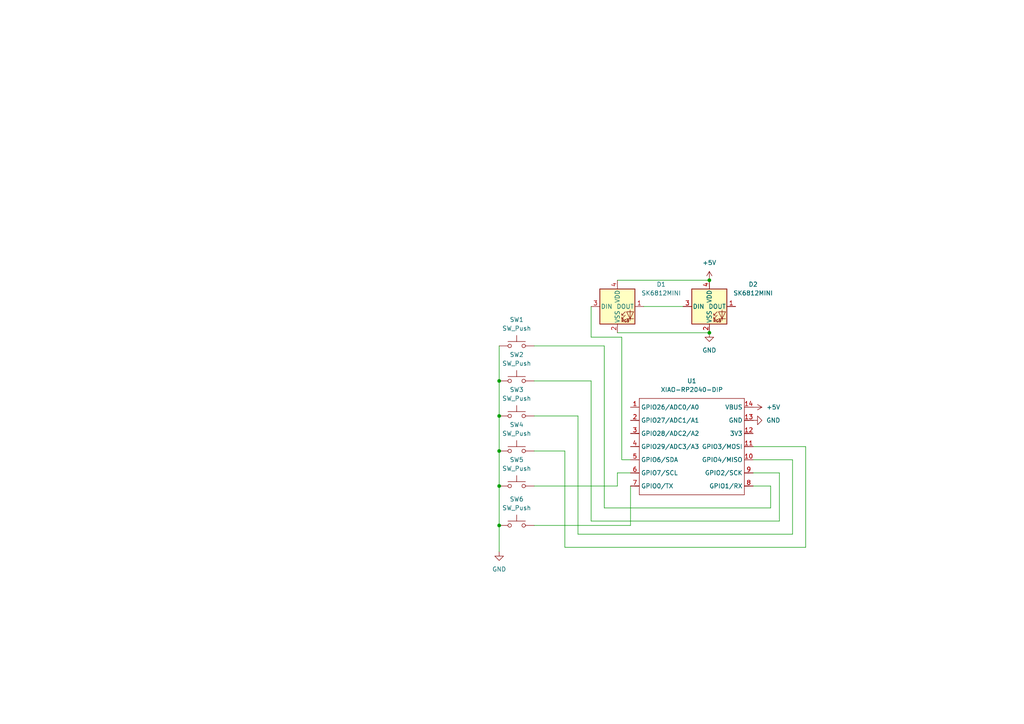
<source format=kicad_sch>
(kicad_sch (version 20250114) (generator "eeschema") (generator_version "9.0")
  (paper "A4")
  (lib_symbols
    (symbol "LED:SK6812MINI" (pin_names (offset 0.254))
      (property "Reference" "D" (at 5.08 5.715 0))
      (property "Value" "SK6812MINI" (at 1.27 -5.715 0))
      (symbol "SK6812MINI_0_0"
        (text "RGB" (at 2.286 -4.191 0) (effects (font (size 0.762 0.762))))
      )
      (symbol "SK6812MINI_0_1"
        (polyline (pts (xy 1.27 -2.54) (xy 1.778 -2.54)))
        (polyline (pts (xy 1.27 -3.556) (xy 1.778 -3.556)))
        (polyline (pts (xy 2.286 -1.524) (xy 1.27 -2.54) (xy 1.27 -2.032)))
        (polyline (pts (xy 2.286 -2.54) (xy 1.27 -3.556) (xy 1.27 -3.048)))
        (polyline (pts (xy 3.683 -1.016) (xy 3.683 -3.556) (xy 3.683 -4.064)))
        (polyline (pts (xy 4.699 -1.524) (xy 2.667 -1.524) (xy 3.683 -3.556) (xy 4.699 -1.524)))
        (polyline (pts (xy 4.699 -3.556) (xy 2.667 -3.556)))
        (rectangle (start 5.08 5.08) (end -5.08 -5.08) (stroke (width 0.254)) (fill (type background)))
      )
      (symbol "SK6812MINI_1_1"
        (pin input line (at -7.62 0 0) (length 2.54) (name "DIN") (number "3"))
        (pin power_in line (at 0 7.62 270) (length 2.54) (name "VDD") (number "4"))
        (pin power_in line (at 0 -7.62 90) (length 2.54) (name "VSS") (number "2"))
        (pin output line (at 7.62 0 180) (length 2.54) (name "DOUT") (number "1"))
      )
    )
    (symbol "OPL:XIAO-RP2040-DIP"
      (property "Reference" "U" (at 0 0 0))
      (property "Value" "XIAO-RP2040-DIP" (at 5.334 -1.778 0))
      (symbol "XIAO-RP2040-DIP_1_0"
        (polyline (pts (xy -1.27 -2.54) (xy 29.21 -2.54)) (stroke (width 0.1524)))
        (polyline (pts (xy -1.27 -5.08) (xy -2.54 -5.08)) (stroke (width 0.1524)))
        (polyline (pts (xy -1.27 -5.08) (xy -1.27 -2.54)) (stroke (width 0.1524)))
        (polyline (pts (xy -1.27 -8.89) (xy -2.54 -8.89)) (stroke (width 0.1524)))
        (polyline (pts (xy -1.27 -8.89) (xy -1.27 -5.08)) (stroke (width 0.1524)))
        (polyline (pts (xy -1.27 -12.7) (xy -2.54 -12.7)) (stroke (width 0.1524)))
        (polyline (pts (xy -1.27 -12.7) (xy -1.27 -8.89)) (stroke (width 0.1524)))
        (polyline (pts (xy -1.27 -16.51) (xy -2.54 -16.51)) (stroke (width 0.1524)))
        (polyline (pts (xy -1.27 -16.51) (xy -1.27 -12.7)) (stroke (width 0.1524)))
        (polyline (pts (xy -1.27 -20.32) (xy -2.54 -20.32)) (stroke (width 0.1524)))
        (polyline (pts (xy -1.27 -24.13) (xy -2.54 -24.13)) (stroke (width 0.1524)))
        (polyline (pts (xy -1.27 -27.94) (xy -2.54 -27.94)) (stroke (width 0.1524)))
        (polyline (pts (xy -1.27 -30.48) (xy -1.27 -16.51)) (stroke (width 0.1524)))
        (polyline (pts (xy 29.21 -2.54) (xy 29.21 -5.08)) (stroke (width 0.1524)))
        (polyline (pts (xy 29.21 -5.08) (xy 29.21 -8.89)) (stroke (width 0.1524)))
        (polyline (pts (xy 29.21 -8.89) (xy 29.21 -12.7)) (stroke (width 0.1524)))
        (polyline (pts (xy 29.21 -12.7) (xy 29.21 -30.48)) (stroke (width 0.1524)))
        (polyline (pts (xy 29.21 -30.48) (xy -1.27 -30.48)) (stroke (width 0.1524)))
        (polyline (pts (xy 30.48 -5.08) (xy 29.21 -5.08)) (stroke (width 0.1524)))
        (polyline (pts (xy 30.48 -8.89) (xy 29.21 -8.89)) (stroke (width 0.1524)))
        (polyline (pts (xy 30.48 -12.7) (xy 29.21 -12.7)) (stroke (width 0.1524)))
        (polyline (pts (xy 30.48 -16.51) (xy 29.21 -16.51)) (stroke (width 0.1524)))
        (polyline (pts (xy 30.48 -20.32) (xy 29.21 -20.32)) (stroke (width 0.1524)))
        (polyline (pts (xy 30.48 -24.13) (xy 29.21 -24.13)) (stroke (width 0.1524)))
        (polyline (pts (xy 30.48 -27.94) (xy 29.21 -27.94)) (stroke (width 0.1524)))
        (pin passive line (at -3.81 -5.08 0) (length 2.54) (name "GPIO26/ADC0/A0") (number "1"))
        (pin passive line (at -3.81 -8.89 0) (length 2.54) (name "GPIO27/ADC1/A1") (number "2"))
        (pin passive line (at -3.81 -12.7 0) (length 2.54) (name "GPIO28/ADC2/A2") (number "3"))
        (pin passive line (at -3.81 -16.51 0) (length 2.54) (name "GPIO29/ADC3/A3") (number "4"))
        (pin passive line (at -3.81 -20.32 0) (length 2.54) (name "GPIO6/SDA") (number "5"))
        (pin passive line (at -3.81 -24.13 0) (length 2.54) (name "GPIO7/SCL") (number "6"))
        (pin passive line (at -3.81 -27.94 0) (length 2.54) (name "GPIO0/TX") (number "7"))
        (pin passive line (at 31.75 -5.08 180) (length 2.54) (name "VBUS") (number "14"))
        (pin passive line (at 31.75 -8.89 180) (length 2.54) (name "GND") (number "13"))
        (pin passive line (at 31.75 -12.7 180) (length 2.54) (name "3V3") (number "12"))
        (pin passive line (at 31.75 -16.51 180) (length 2.54) (name "GPIO3/MOSI") (number "11"))
        (pin passive line (at 31.75 -20.32 180) (length 2.54) (name "GPIO4/MISO") (number "10"))
        (pin passive line (at 31.75 -24.13 180) (length 2.54) (name "GPIO2/SCK") (number "9"))
        (pin passive line (at 31.75 -27.94 180) (length 2.54) (name "GPIO1/RX") (number "8"))
      )
    )
    (symbol "Switch:SW_Push" (pin_numbers (hide yes)) (pin_names (offset 1.016) (hide yes))
      (property "Reference" "SW" (at 1.27 2.54 0))
      (property "Value" "SW_Push" (at 0 -1.524 0))
      (symbol "SW_Push_0_1"
        (circle (center -2.032 0) (radius 0.508))
        (polyline (pts (xy 0 1.27) (xy 0 3.048)))
        (circle (center 2.032 0) (radius 0.508))
        (polyline (pts (xy 2.54 1.27) (xy -2.54 1.27)))
        (pin passive line (at -5.08 0 0) (length 2.54) (name "1") (number "1"))
        (pin passive line (at 5.08 0 180) (length 2.54) (name "2") (number "2"))
      )
    )
    (symbol "power:+5V" (power) (pin_numbers (hide yes)) (pin_names (offset 0) (hide yes))
      (property "Value" "+5V" (at 0 3.556 0))
      (symbol "+5V_0_1"
        (polyline (pts (xy -0.762 1.27) (xy 0 2.54)))
        (polyline (pts (xy 0 2.54) (xy 0.762 1.27)))
        (polyline (pts (xy 0 0) (xy 0 2.54)))
      )
      (symbol "+5V_1_1"
        (pin power_in line (at 0 0 90) (length 0) (name "~") (number "1"))
      )
    )
    (symbol "power:GND" (power) (pin_numbers (hide yes)) (pin_names (offset 0) (hide yes))
      (property "Value" "GND" (at 0 -3.81 0))
      (symbol "GND_0_1"
        (polyline (pts (xy 0 0) (xy 0 -1.27) (xy 1.27 -1.27) (xy 0 -2.54) (xy -1.27 -1.27) (xy 0 -1.27)))
      )
      (symbol "GND_1_1"
        (pin power_in line (at 0 0 270) (length 0) (name "~") (number "1"))
      )
    )
  )
  (junction (at 205.74 96.52))
  (junction (at 144.78 110.49))
  (junction (at 144.78 130.81))
  (junction (at 144.78 120.65))
  (junction (at 144.78 140.97))
  (junction (at 144.78 152.4))
  (junction (at 205.74 81.28))
  (wire (pts (xy 229.87 133.35) (xy 218.44 133.35)))
  (wire (pts (xy 144.78 120.65) (xy 144.78 130.81)))
  (wire (pts (xy 218.44 137.16) (xy 226.06 137.16)))
  (wire (pts (xy 175.26 147.32) (xy 223.52 147.32)))
  (wire (pts (xy 171.45 88.9) (xy 171.45 97.79)))
  (wire (pts (xy 154.94 140.97) (xy 179.07 140.97)))
  (wire (pts (xy 144.78 130.81) (xy 144.78 140.97)))
  (wire (pts (xy 180.34 133.35) (xy 182.88 133.35)))
  (wire (pts (xy 171.45 151.13) (xy 226.06 151.13)))
  (wire (pts (xy 233.68 129.54) (xy 218.44 129.54)))
  (wire (pts (xy 154.94 110.49) (xy 171.45 110.49)))
  (wire (pts (xy 180.34 97.79) (xy 180.34 133.35)))
  (wire (pts (xy 154.94 152.4) (xy 182.88 152.4)))
  (wire (pts (xy 167.64 120.65) (xy 167.64 154.94)))
  (wire (pts (xy 163.83 130.81) (xy 163.83 158.75)))
  (wire (pts (xy 179.07 140.97) (xy 179.07 137.16)))
  (wire (pts (xy 154.94 130.81) (xy 163.83 130.81)))
  (wire (pts (xy 167.64 154.94) (xy 229.87 154.94)))
  (wire (pts (xy 229.87 154.94) (xy 229.87 133.35)))
  (wire (pts (xy 175.26 100.33) (xy 175.26 147.32)))
  (wire (pts (xy 144.78 140.97) (xy 144.78 152.4)))
  (wire (pts (xy 179.07 96.52) (xy 205.74 96.52)))
  (wire (pts (xy 154.94 100.33) (xy 175.26 100.33)))
  (wire (pts (xy 171.45 97.79) (xy 180.34 97.79)))
  (wire (pts (xy 171.45 110.49) (xy 171.45 151.13)))
  (wire (pts (xy 144.78 152.4) (xy 144.78 160.02)))
  (wire (pts (xy 154.94 120.65) (xy 167.64 120.65)))
  (wire (pts (xy 226.06 151.13) (xy 226.06 137.16)))
  (wire (pts (xy 163.83 158.75) (xy 233.68 158.75)))
  (wire (pts (xy 223.52 140.97) (xy 218.44 140.97)))
  (wire (pts (xy 179.07 137.16) (xy 182.88 137.16)))
  (wire (pts (xy 182.88 152.4) (xy 182.88 140.97)))
  (wire (pts (xy 186.69 88.9) (xy 198.12 88.9)))
  (wire (pts (xy 179.07 81.28) (xy 205.74 81.28)))
  (wire (pts (xy 233.68 158.75) (xy 233.68 129.54)))
  (wire (pts (xy 144.78 110.49) (xy 144.78 120.65)))
  (wire (pts (xy 223.52 147.32) (xy 223.52 140.97)))
  (wire (pts (xy 144.78 100.33) (xy 144.78 110.49)))
  (symbol (lib_id "power:GND") (at 218.44 121.92 90) (unit 1)
    (property "Reference" "#PWR02" (effects (hide yes)))
    (property "Value" "GND" (at 222.25 121.9199 90) (effects (justify right)))
    (property "Description" "Power symbol creates a global label with name \"GND\" , ground" (effects (hide yes)))
  )
  (symbol (lib_id "Switch:SW_Push") (at 149.86 110.49 0) (unit 1)
    (property "Reference" "SW2" (at 149.86 102.87 0))
    (property "Value" "SW_Push" (at 149.86 105.41 0))
    (property "Footprint" "Button_Switch_Keyboard:SW_Cherry_MX_1.00u_PCB" (effects (hide yes)))
    (property "Description" "Push button switch, generic, two pins" (effects (hide yes)))
  )
  (symbol (lib_id "Switch:SW_Push") (at 149.86 100.33 0) (unit 1)
    (property "Reference" "SW1" (at 149.86 92.71 0))
    (property "Value" "SW_Push" (at 149.86 95.25 0))
    (property "Footprint" "Button_Switch_Keyboard:SW_Cherry_MX_1.00u_PCB" (effects (hide yes)))
    (property "Description" "Push button switch, generic, two pins" (effects (hide yes)))
  )
  (symbol (lib_id "power:GND") (at 144.78 160.02 0) (unit 1)
    (property "Reference" "#PWR01" (effects (hide yes)))
    (property "Value" "GND" (at 144.78 165.1 0))
    (property "Description" "Power symbol creates a global label with name \"GND\" , ground" (effects (hide yes)))
  )
  (symbol (lib_id "power:GND") (at 205.74 96.52 0) (unit 1)
    (property "Reference" "#PWR04" (effects (hide yes)))
    (property "Value" "GND" (at 205.74 101.6 0))
    (property "Description" "Power symbol creates a global label with name \"GND\" , ground" (effects (hide yes)))
  )
  (symbol (lib_id "OPL:XIAO-RP2040-DIP") (at 186.69 113.03 0) (unit 1)
    (property "Reference" "U1" (at 200.66 110.49 0))
    (property "Value" "XIAO-RP2040-DIP" (at 200.66 113.03 0))
    (property "Footprint" "OPL:XIAO-RP2040-DIP" (effects (hide yes)))
  )
  (symbol (lib_id "Switch:SW_Push") (at 149.86 120.65 0) (unit 1)
    (property "Reference" "SW3" (at 149.86 113.03 0))
    (property "Value" "SW_Push" (at 149.86 115.57 0))
    (property "Footprint" "Button_Switch_Keyboard:SW_Cherry_MX_1.00u_PCB" (effects (hide yes)))
    (property "Description" "Push button switch, generic, two pins" (effects (hide yes)))
  )
  (symbol (lib_id "power:+5V") (at 205.74 81.28 0) (unit 1)
    (property "Reference" "#PWR05" (effects (hide yes)))
    (property "Value" "+5V" (at 205.74 76.2 0))
    (property "Description" "Power symbol creates a global label with name \"+5V\"" (effects (hide yes)))
  )
  (symbol (lib_id "LED:SK6812MINI") (at 205.74 88.9 0) (unit 1)
    (property "Reference" "D2" (at 218.44 82.4798 0))
    (property "Value" "SK6812MINI" (at 218.44 85.0198 0))
    (property "Footprint" "LED_SMD:LED_SK6812MINI_PLCC4_3.5x3.5mm_P1.75mm" (effects (hide yes)))
    (property "Datasheet" "https://cdn-shop.adafruit.com/product-files/2686/SK6812MINI_REV.01-1-2.pdf" (effects (hide yes)))
    (property "Description" "RGB LED with integrated controller" (effects (hide yes)))
  )
  (symbol (lib_id "Switch:SW_Push") (at 149.86 140.97 0) (unit 1)
    (property "Reference" "SW5" (at 149.86 133.35 0))
    (property "Value" "SW_Push" (at 149.86 135.89 0))
    (property "Footprint" "Button_Switch_Keyboard:SW_Cherry_MX_1.00u_PCB" (effects (hide yes)))
    (property "Description" "Push button switch, generic, two pins" (effects (hide yes)))
  )
  (symbol (lib_id "LED:SK6812MINI") (at 179.07 88.9 0) (unit 1)
    (property "Reference" "D1" (at 191.77 82.4798 0))
    (property "Value" "SK6812MINI" (at 191.77 85.0198 0))
    (property "Footprint" "LED_SMD:LED_SK6812MINI_PLCC4_3.5x3.5mm_P1.75mm" (effects (hide yes)))
    (property "Datasheet" "https://cdn-shop.adafruit.com/product-files/2686/SK6812MINI_REV.01-1-2.pdf" (effects (hide yes)))
    (property "Description" "RGB LED with integrated controller" (effects (hide yes)))
  )
  (symbol (lib_id "Switch:SW_Push") (at 149.86 130.81 0) (unit 1)
    (property "Reference" "SW4" (at 149.86 123.19 0))
    (property "Value" "SW_Push" (at 149.86 125.73 0))
    (property "Footprint" "Button_Switch_Keyboard:SW_Cherry_MX_1.00u_PCB" (effects (hide yes)))
    (property "Description" "Push button switch, generic, two pins" (effects (hide yes)))
  )
  (symbol (lib_id "power:+5V") (at 218.44 118.11 270) (unit 1)
    (property "Reference" "#PWR03" (effects (hide yes)))
    (property "Value" "+5V" (at 222.25 118.1099 90) (effects (justify left)))
    (property "Description" "Power symbol creates a global label with name \"+5V\"" (effects (hide yes)))
  )
  (symbol (lib_id "Switch:SW_Push") (at 149.86 152.4 0) (unit 1)
    (property "Reference" "SW6" (at 149.86 144.78 0))
    (property "Value" "SW_Push" (at 149.86 147.32 0))
    (property "Footprint" "Button_Switch_Keyboard:SW_Cherry_MX_1.00u_PCB" (effects (hide yes)))
    (property "Description" "Push button switch, generic, two pins" (effects (hide yes)))
  )
)
</source>
